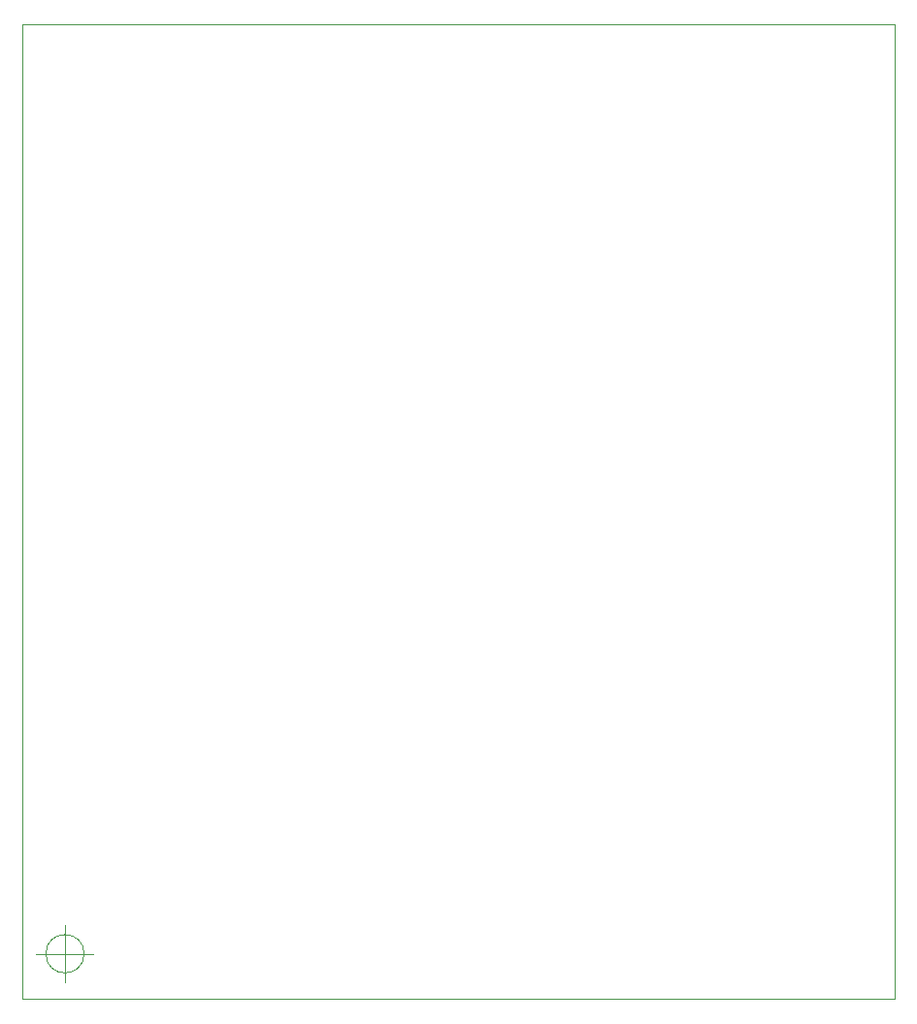
<source format=gbr>
G04 #@! TF.GenerationSoftware,KiCad,Pcbnew,5.0.2-bee76a0~70~ubuntu18.04.1*
G04 #@! TF.CreationDate,2019-05-27T22:26:56+02:00*
G04 #@! TF.ProjectId,flypi,666c7970-692e-46b6-9963-61645f706362,rev?*
G04 #@! TF.SameCoordinates,Original*
G04 #@! TF.FileFunction,Profile,NP*
%FSLAX46Y46*%
G04 Gerber Fmt 4.6, Leading zero omitted, Abs format (unit mm)*
G04 Created by KiCad (PCBNEW 5.0.2-bee76a0~70~ubuntu18.04.1) date Mon 27 May 2019 22:26:56 CEST*
%MOMM*%
%LPD*%
G01*
G04 APERTURE LIST*
%ADD10C,0.100000*%
G04 APERTURE END LIST*
D10*
X110378666Y-130048000D02*
G75*
G03X110378666Y-130048000I-1666666J0D01*
G01*
X106212000Y-130048000D02*
X111212000Y-130048000D01*
X108712000Y-127548000D02*
X108712000Y-132548000D01*
X105000000Y-49000000D02*
X105000000Y-134000000D01*
X181100000Y-49000000D02*
X105000000Y-49000000D01*
X181100000Y-134000000D02*
X181100000Y-49000000D01*
X105000000Y-134000000D02*
X181100000Y-134000000D01*
X106000000Y-134000000D02*
X105000000Y-134000000D01*
X105150000Y-49000000D02*
X108400000Y-49000000D01*
X105150000Y-49000000D02*
X105000000Y-49000000D01*
X181050000Y-134000000D02*
X181100000Y-134000000D01*
X181000000Y-134000000D02*
X181100000Y-134000000D01*
M02*

</source>
